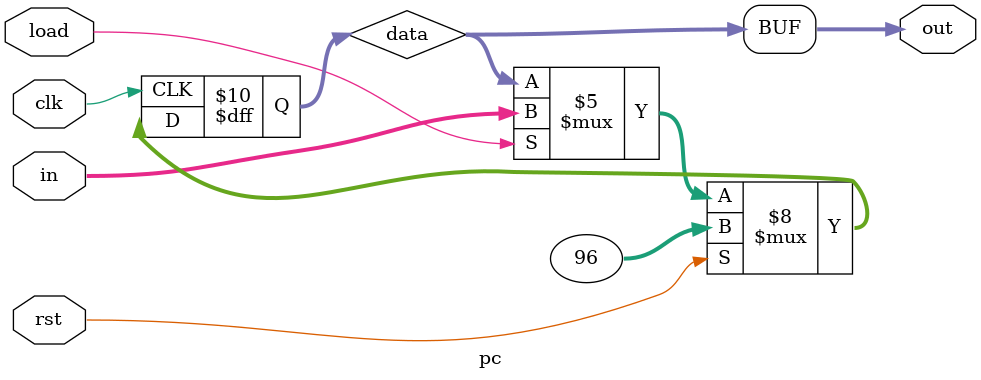
<source format=sv>
/* Taken from MP3 */

module pc #(parameter width = 32)
(
    input clk,
    input rst,
    input load,
    input [width-1:0] in,
    output logic [width-1:0] out
);

logic [width-1:0] data = 1'b0;

always_ff @(posedge clk)
begin
    if (rst)
    begin
        data <= 32'h00000060;
    end
    else if (load)
    begin
        data <= in;
    end
    else
    begin
        data <= data;
    end
end

always_comb
begin
    out = data;
end

endmodule : pc

</source>
